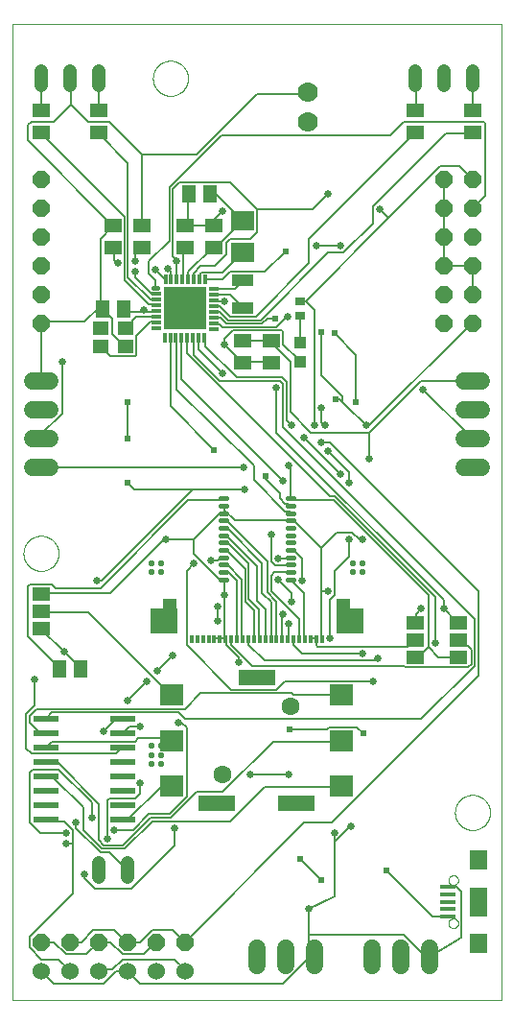
<source format=gtl>
G75*
%MOIN*%
%OFA0B0*%
%FSLAX25Y25*%
%IPPOS*%
%LPD*%
%AMOC8*
5,1,8,0,0,1.08239X$1,22.5*
%
%ADD10C,0.00000*%
%ADD11R,0.05906X0.05118*%
%ADD12R,0.05118X0.05906*%
%ADD13C,0.04800*%
%ADD14R,0.05709X0.01575*%
%ADD15R,0.05906X0.07087*%
%ADD16R,0.05906X0.09843*%
%ADD17OC8,0.06000*%
%ADD18C,0.06000*%
%ADD19C,0.02200*%
%ADD20C,0.07000*%
%ADD21R,0.05512X0.04724*%
%ADD22R,0.05118X0.06299*%
%ADD23R,0.06299X0.05118*%
%ADD24C,0.06000*%
%ADD25C,0.01248*%
%ADD26R,0.03200X0.01600*%
%ADD27R,0.01600X0.03200*%
%ADD28R,0.14567X0.14567*%
%ADD29C,0.01772*%
%ADD30R,0.08500X0.02200*%
%ADD31R,0.06300X0.04600*%
%ADD32R,0.03543X0.02756*%
%ADD33R,0.07874X0.07087*%
%ADD34R,0.07874X0.07480*%
%ADD35R,0.12598X0.05709*%
%ADD36C,0.06299*%
%ADD37R,0.01181X0.03150*%
%ADD38R,0.09449X0.08661*%
%ADD39R,0.05118X0.03346*%
%ADD40R,0.04331X0.03937*%
%ADD41R,0.07480X0.04331*%
%ADD42C,0.00600*%
%ADD43C,0.02578*%
%ADD44C,0.02381*%
D10*
X0003200Y0001000D02*
X0003200Y0339701D01*
X0173121Y0339701D01*
X0173121Y0001000D01*
X0003200Y0001000D01*
X0007100Y0156000D02*
X0007102Y0156156D01*
X0007108Y0156311D01*
X0007118Y0156467D01*
X0007132Y0156622D01*
X0007150Y0156777D01*
X0007171Y0156931D01*
X0007197Y0157085D01*
X0007227Y0157238D01*
X0007260Y0157390D01*
X0007298Y0157541D01*
X0007339Y0157691D01*
X0007384Y0157840D01*
X0007433Y0157988D01*
X0007486Y0158135D01*
X0007542Y0158280D01*
X0007602Y0158424D01*
X0007666Y0158566D01*
X0007733Y0158707D01*
X0007804Y0158845D01*
X0007879Y0158982D01*
X0007957Y0159117D01*
X0008038Y0159250D01*
X0008123Y0159381D01*
X0008211Y0159509D01*
X0008302Y0159636D01*
X0008396Y0159760D01*
X0008494Y0159881D01*
X0008595Y0160000D01*
X0008698Y0160116D01*
X0008805Y0160230D01*
X0008914Y0160341D01*
X0009027Y0160449D01*
X0009142Y0160554D01*
X0009259Y0160656D01*
X0009379Y0160755D01*
X0009502Y0160851D01*
X0009627Y0160944D01*
X0009755Y0161034D01*
X0009884Y0161120D01*
X0010016Y0161203D01*
X0010150Y0161283D01*
X0010286Y0161359D01*
X0010424Y0161432D01*
X0010563Y0161501D01*
X0010705Y0161566D01*
X0010848Y0161628D01*
X0010992Y0161686D01*
X0011138Y0161741D01*
X0011285Y0161792D01*
X0011434Y0161839D01*
X0011584Y0161882D01*
X0011734Y0161921D01*
X0011886Y0161957D01*
X0012039Y0161988D01*
X0012192Y0162016D01*
X0012346Y0162040D01*
X0012500Y0162060D01*
X0012655Y0162076D01*
X0012811Y0162088D01*
X0012966Y0162096D01*
X0013122Y0162100D01*
X0013278Y0162100D01*
X0013434Y0162096D01*
X0013589Y0162088D01*
X0013745Y0162076D01*
X0013900Y0162060D01*
X0014054Y0162040D01*
X0014208Y0162016D01*
X0014361Y0161988D01*
X0014514Y0161957D01*
X0014666Y0161921D01*
X0014816Y0161882D01*
X0014966Y0161839D01*
X0015115Y0161792D01*
X0015262Y0161741D01*
X0015408Y0161686D01*
X0015552Y0161628D01*
X0015695Y0161566D01*
X0015837Y0161501D01*
X0015976Y0161432D01*
X0016114Y0161359D01*
X0016250Y0161283D01*
X0016384Y0161203D01*
X0016516Y0161120D01*
X0016645Y0161034D01*
X0016773Y0160944D01*
X0016898Y0160851D01*
X0017021Y0160755D01*
X0017141Y0160656D01*
X0017258Y0160554D01*
X0017373Y0160449D01*
X0017486Y0160341D01*
X0017595Y0160230D01*
X0017702Y0160116D01*
X0017805Y0160000D01*
X0017906Y0159881D01*
X0018004Y0159760D01*
X0018098Y0159636D01*
X0018189Y0159509D01*
X0018277Y0159381D01*
X0018362Y0159250D01*
X0018443Y0159117D01*
X0018521Y0158982D01*
X0018596Y0158845D01*
X0018667Y0158707D01*
X0018734Y0158566D01*
X0018798Y0158424D01*
X0018858Y0158280D01*
X0018914Y0158135D01*
X0018967Y0157988D01*
X0019016Y0157840D01*
X0019061Y0157691D01*
X0019102Y0157541D01*
X0019140Y0157390D01*
X0019173Y0157238D01*
X0019203Y0157085D01*
X0019229Y0156931D01*
X0019250Y0156777D01*
X0019268Y0156622D01*
X0019282Y0156467D01*
X0019292Y0156311D01*
X0019298Y0156156D01*
X0019300Y0156000D01*
X0019298Y0155844D01*
X0019292Y0155689D01*
X0019282Y0155533D01*
X0019268Y0155378D01*
X0019250Y0155223D01*
X0019229Y0155069D01*
X0019203Y0154915D01*
X0019173Y0154762D01*
X0019140Y0154610D01*
X0019102Y0154459D01*
X0019061Y0154309D01*
X0019016Y0154160D01*
X0018967Y0154012D01*
X0018914Y0153865D01*
X0018858Y0153720D01*
X0018798Y0153576D01*
X0018734Y0153434D01*
X0018667Y0153293D01*
X0018596Y0153155D01*
X0018521Y0153018D01*
X0018443Y0152883D01*
X0018362Y0152750D01*
X0018277Y0152619D01*
X0018189Y0152491D01*
X0018098Y0152364D01*
X0018004Y0152240D01*
X0017906Y0152119D01*
X0017805Y0152000D01*
X0017702Y0151884D01*
X0017595Y0151770D01*
X0017486Y0151659D01*
X0017373Y0151551D01*
X0017258Y0151446D01*
X0017141Y0151344D01*
X0017021Y0151245D01*
X0016898Y0151149D01*
X0016773Y0151056D01*
X0016645Y0150966D01*
X0016516Y0150880D01*
X0016384Y0150797D01*
X0016250Y0150717D01*
X0016114Y0150641D01*
X0015976Y0150568D01*
X0015837Y0150499D01*
X0015695Y0150434D01*
X0015552Y0150372D01*
X0015408Y0150314D01*
X0015262Y0150259D01*
X0015115Y0150208D01*
X0014966Y0150161D01*
X0014816Y0150118D01*
X0014666Y0150079D01*
X0014514Y0150043D01*
X0014361Y0150012D01*
X0014208Y0149984D01*
X0014054Y0149960D01*
X0013900Y0149940D01*
X0013745Y0149924D01*
X0013589Y0149912D01*
X0013434Y0149904D01*
X0013278Y0149900D01*
X0013122Y0149900D01*
X0012966Y0149904D01*
X0012811Y0149912D01*
X0012655Y0149924D01*
X0012500Y0149940D01*
X0012346Y0149960D01*
X0012192Y0149984D01*
X0012039Y0150012D01*
X0011886Y0150043D01*
X0011734Y0150079D01*
X0011584Y0150118D01*
X0011434Y0150161D01*
X0011285Y0150208D01*
X0011138Y0150259D01*
X0010992Y0150314D01*
X0010848Y0150372D01*
X0010705Y0150434D01*
X0010563Y0150499D01*
X0010424Y0150568D01*
X0010286Y0150641D01*
X0010150Y0150717D01*
X0010016Y0150797D01*
X0009884Y0150880D01*
X0009755Y0150966D01*
X0009627Y0151056D01*
X0009502Y0151149D01*
X0009379Y0151245D01*
X0009259Y0151344D01*
X0009142Y0151446D01*
X0009027Y0151551D01*
X0008914Y0151659D01*
X0008805Y0151770D01*
X0008698Y0151884D01*
X0008595Y0152000D01*
X0008494Y0152119D01*
X0008396Y0152240D01*
X0008302Y0152364D01*
X0008211Y0152491D01*
X0008123Y0152619D01*
X0008038Y0152750D01*
X0007957Y0152883D01*
X0007879Y0153018D01*
X0007804Y0153155D01*
X0007733Y0153293D01*
X0007666Y0153434D01*
X0007602Y0153576D01*
X0007542Y0153720D01*
X0007486Y0153865D01*
X0007433Y0154012D01*
X0007384Y0154160D01*
X0007339Y0154309D01*
X0007298Y0154459D01*
X0007260Y0154610D01*
X0007227Y0154762D01*
X0007197Y0154915D01*
X0007171Y0155069D01*
X0007150Y0155223D01*
X0007132Y0155378D01*
X0007118Y0155533D01*
X0007108Y0155689D01*
X0007102Y0155844D01*
X0007100Y0156000D01*
X0052100Y0321000D02*
X0052102Y0321156D01*
X0052108Y0321311D01*
X0052118Y0321467D01*
X0052132Y0321622D01*
X0052150Y0321777D01*
X0052171Y0321931D01*
X0052197Y0322085D01*
X0052227Y0322238D01*
X0052260Y0322390D01*
X0052298Y0322541D01*
X0052339Y0322691D01*
X0052384Y0322840D01*
X0052433Y0322988D01*
X0052486Y0323135D01*
X0052542Y0323280D01*
X0052602Y0323424D01*
X0052666Y0323566D01*
X0052733Y0323707D01*
X0052804Y0323845D01*
X0052879Y0323982D01*
X0052957Y0324117D01*
X0053038Y0324250D01*
X0053123Y0324381D01*
X0053211Y0324509D01*
X0053302Y0324636D01*
X0053396Y0324760D01*
X0053494Y0324881D01*
X0053595Y0325000D01*
X0053698Y0325116D01*
X0053805Y0325230D01*
X0053914Y0325341D01*
X0054027Y0325449D01*
X0054142Y0325554D01*
X0054259Y0325656D01*
X0054379Y0325755D01*
X0054502Y0325851D01*
X0054627Y0325944D01*
X0054755Y0326034D01*
X0054884Y0326120D01*
X0055016Y0326203D01*
X0055150Y0326283D01*
X0055286Y0326359D01*
X0055424Y0326432D01*
X0055563Y0326501D01*
X0055705Y0326566D01*
X0055848Y0326628D01*
X0055992Y0326686D01*
X0056138Y0326741D01*
X0056285Y0326792D01*
X0056434Y0326839D01*
X0056584Y0326882D01*
X0056734Y0326921D01*
X0056886Y0326957D01*
X0057039Y0326988D01*
X0057192Y0327016D01*
X0057346Y0327040D01*
X0057500Y0327060D01*
X0057655Y0327076D01*
X0057811Y0327088D01*
X0057966Y0327096D01*
X0058122Y0327100D01*
X0058278Y0327100D01*
X0058434Y0327096D01*
X0058589Y0327088D01*
X0058745Y0327076D01*
X0058900Y0327060D01*
X0059054Y0327040D01*
X0059208Y0327016D01*
X0059361Y0326988D01*
X0059514Y0326957D01*
X0059666Y0326921D01*
X0059816Y0326882D01*
X0059966Y0326839D01*
X0060115Y0326792D01*
X0060262Y0326741D01*
X0060408Y0326686D01*
X0060552Y0326628D01*
X0060695Y0326566D01*
X0060837Y0326501D01*
X0060976Y0326432D01*
X0061114Y0326359D01*
X0061250Y0326283D01*
X0061384Y0326203D01*
X0061516Y0326120D01*
X0061645Y0326034D01*
X0061773Y0325944D01*
X0061898Y0325851D01*
X0062021Y0325755D01*
X0062141Y0325656D01*
X0062258Y0325554D01*
X0062373Y0325449D01*
X0062486Y0325341D01*
X0062595Y0325230D01*
X0062702Y0325116D01*
X0062805Y0325000D01*
X0062906Y0324881D01*
X0063004Y0324760D01*
X0063098Y0324636D01*
X0063189Y0324509D01*
X0063277Y0324381D01*
X0063362Y0324250D01*
X0063443Y0324117D01*
X0063521Y0323982D01*
X0063596Y0323845D01*
X0063667Y0323707D01*
X0063734Y0323566D01*
X0063798Y0323424D01*
X0063858Y0323280D01*
X0063914Y0323135D01*
X0063967Y0322988D01*
X0064016Y0322840D01*
X0064061Y0322691D01*
X0064102Y0322541D01*
X0064140Y0322390D01*
X0064173Y0322238D01*
X0064203Y0322085D01*
X0064229Y0321931D01*
X0064250Y0321777D01*
X0064268Y0321622D01*
X0064282Y0321467D01*
X0064292Y0321311D01*
X0064298Y0321156D01*
X0064300Y0321000D01*
X0064298Y0320844D01*
X0064292Y0320689D01*
X0064282Y0320533D01*
X0064268Y0320378D01*
X0064250Y0320223D01*
X0064229Y0320069D01*
X0064203Y0319915D01*
X0064173Y0319762D01*
X0064140Y0319610D01*
X0064102Y0319459D01*
X0064061Y0319309D01*
X0064016Y0319160D01*
X0063967Y0319012D01*
X0063914Y0318865D01*
X0063858Y0318720D01*
X0063798Y0318576D01*
X0063734Y0318434D01*
X0063667Y0318293D01*
X0063596Y0318155D01*
X0063521Y0318018D01*
X0063443Y0317883D01*
X0063362Y0317750D01*
X0063277Y0317619D01*
X0063189Y0317491D01*
X0063098Y0317364D01*
X0063004Y0317240D01*
X0062906Y0317119D01*
X0062805Y0317000D01*
X0062702Y0316884D01*
X0062595Y0316770D01*
X0062486Y0316659D01*
X0062373Y0316551D01*
X0062258Y0316446D01*
X0062141Y0316344D01*
X0062021Y0316245D01*
X0061898Y0316149D01*
X0061773Y0316056D01*
X0061645Y0315966D01*
X0061516Y0315880D01*
X0061384Y0315797D01*
X0061250Y0315717D01*
X0061114Y0315641D01*
X0060976Y0315568D01*
X0060837Y0315499D01*
X0060695Y0315434D01*
X0060552Y0315372D01*
X0060408Y0315314D01*
X0060262Y0315259D01*
X0060115Y0315208D01*
X0059966Y0315161D01*
X0059816Y0315118D01*
X0059666Y0315079D01*
X0059514Y0315043D01*
X0059361Y0315012D01*
X0059208Y0314984D01*
X0059054Y0314960D01*
X0058900Y0314940D01*
X0058745Y0314924D01*
X0058589Y0314912D01*
X0058434Y0314904D01*
X0058278Y0314900D01*
X0058122Y0314900D01*
X0057966Y0314904D01*
X0057811Y0314912D01*
X0057655Y0314924D01*
X0057500Y0314940D01*
X0057346Y0314960D01*
X0057192Y0314984D01*
X0057039Y0315012D01*
X0056886Y0315043D01*
X0056734Y0315079D01*
X0056584Y0315118D01*
X0056434Y0315161D01*
X0056285Y0315208D01*
X0056138Y0315259D01*
X0055992Y0315314D01*
X0055848Y0315372D01*
X0055705Y0315434D01*
X0055563Y0315499D01*
X0055424Y0315568D01*
X0055286Y0315641D01*
X0055150Y0315717D01*
X0055016Y0315797D01*
X0054884Y0315880D01*
X0054755Y0315966D01*
X0054627Y0316056D01*
X0054502Y0316149D01*
X0054379Y0316245D01*
X0054259Y0316344D01*
X0054142Y0316446D01*
X0054027Y0316551D01*
X0053914Y0316659D01*
X0053805Y0316770D01*
X0053698Y0316884D01*
X0053595Y0317000D01*
X0053494Y0317119D01*
X0053396Y0317240D01*
X0053302Y0317364D01*
X0053211Y0317491D01*
X0053123Y0317619D01*
X0053038Y0317750D01*
X0052957Y0317883D01*
X0052879Y0318018D01*
X0052804Y0318155D01*
X0052733Y0318293D01*
X0052666Y0318434D01*
X0052602Y0318576D01*
X0052542Y0318720D01*
X0052486Y0318865D01*
X0052433Y0319012D01*
X0052384Y0319160D01*
X0052339Y0319309D01*
X0052298Y0319459D01*
X0052260Y0319610D01*
X0052227Y0319762D01*
X0052197Y0319915D01*
X0052171Y0320069D01*
X0052150Y0320223D01*
X0052132Y0320378D01*
X0052118Y0320533D01*
X0052108Y0320689D01*
X0052102Y0320844D01*
X0052100Y0321000D01*
X0157100Y0066000D02*
X0157102Y0066156D01*
X0157108Y0066311D01*
X0157118Y0066467D01*
X0157132Y0066622D01*
X0157150Y0066777D01*
X0157171Y0066931D01*
X0157197Y0067085D01*
X0157227Y0067238D01*
X0157260Y0067390D01*
X0157298Y0067541D01*
X0157339Y0067691D01*
X0157384Y0067840D01*
X0157433Y0067988D01*
X0157486Y0068135D01*
X0157542Y0068280D01*
X0157602Y0068424D01*
X0157666Y0068566D01*
X0157733Y0068707D01*
X0157804Y0068845D01*
X0157879Y0068982D01*
X0157957Y0069117D01*
X0158038Y0069250D01*
X0158123Y0069381D01*
X0158211Y0069509D01*
X0158302Y0069636D01*
X0158396Y0069760D01*
X0158494Y0069881D01*
X0158595Y0070000D01*
X0158698Y0070116D01*
X0158805Y0070230D01*
X0158914Y0070341D01*
X0159027Y0070449D01*
X0159142Y0070554D01*
X0159259Y0070656D01*
X0159379Y0070755D01*
X0159502Y0070851D01*
X0159627Y0070944D01*
X0159755Y0071034D01*
X0159884Y0071120D01*
X0160016Y0071203D01*
X0160150Y0071283D01*
X0160286Y0071359D01*
X0160424Y0071432D01*
X0160563Y0071501D01*
X0160705Y0071566D01*
X0160848Y0071628D01*
X0160992Y0071686D01*
X0161138Y0071741D01*
X0161285Y0071792D01*
X0161434Y0071839D01*
X0161584Y0071882D01*
X0161734Y0071921D01*
X0161886Y0071957D01*
X0162039Y0071988D01*
X0162192Y0072016D01*
X0162346Y0072040D01*
X0162500Y0072060D01*
X0162655Y0072076D01*
X0162811Y0072088D01*
X0162966Y0072096D01*
X0163122Y0072100D01*
X0163278Y0072100D01*
X0163434Y0072096D01*
X0163589Y0072088D01*
X0163745Y0072076D01*
X0163900Y0072060D01*
X0164054Y0072040D01*
X0164208Y0072016D01*
X0164361Y0071988D01*
X0164514Y0071957D01*
X0164666Y0071921D01*
X0164816Y0071882D01*
X0164966Y0071839D01*
X0165115Y0071792D01*
X0165262Y0071741D01*
X0165408Y0071686D01*
X0165552Y0071628D01*
X0165695Y0071566D01*
X0165837Y0071501D01*
X0165976Y0071432D01*
X0166114Y0071359D01*
X0166250Y0071283D01*
X0166384Y0071203D01*
X0166516Y0071120D01*
X0166645Y0071034D01*
X0166773Y0070944D01*
X0166898Y0070851D01*
X0167021Y0070755D01*
X0167141Y0070656D01*
X0167258Y0070554D01*
X0167373Y0070449D01*
X0167486Y0070341D01*
X0167595Y0070230D01*
X0167702Y0070116D01*
X0167805Y0070000D01*
X0167906Y0069881D01*
X0168004Y0069760D01*
X0168098Y0069636D01*
X0168189Y0069509D01*
X0168277Y0069381D01*
X0168362Y0069250D01*
X0168443Y0069117D01*
X0168521Y0068982D01*
X0168596Y0068845D01*
X0168667Y0068707D01*
X0168734Y0068566D01*
X0168798Y0068424D01*
X0168858Y0068280D01*
X0168914Y0068135D01*
X0168967Y0067988D01*
X0169016Y0067840D01*
X0169061Y0067691D01*
X0169102Y0067541D01*
X0169140Y0067390D01*
X0169173Y0067238D01*
X0169203Y0067085D01*
X0169229Y0066931D01*
X0169250Y0066777D01*
X0169268Y0066622D01*
X0169282Y0066467D01*
X0169292Y0066311D01*
X0169298Y0066156D01*
X0169300Y0066000D01*
X0169298Y0065844D01*
X0169292Y0065689D01*
X0169282Y0065533D01*
X0169268Y0065378D01*
X0169250Y0065223D01*
X0169229Y0065069D01*
X0169203Y0064915D01*
X0169173Y0064762D01*
X0169140Y0064610D01*
X0169102Y0064459D01*
X0169061Y0064309D01*
X0169016Y0064160D01*
X0168967Y0064012D01*
X0168914Y0063865D01*
X0168858Y0063720D01*
X0168798Y0063576D01*
X0168734Y0063434D01*
X0168667Y0063293D01*
X0168596Y0063155D01*
X0168521Y0063018D01*
X0168443Y0062883D01*
X0168362Y0062750D01*
X0168277Y0062619D01*
X0168189Y0062491D01*
X0168098Y0062364D01*
X0168004Y0062240D01*
X0167906Y0062119D01*
X0167805Y0062000D01*
X0167702Y0061884D01*
X0167595Y0061770D01*
X0167486Y0061659D01*
X0167373Y0061551D01*
X0167258Y0061446D01*
X0167141Y0061344D01*
X0167021Y0061245D01*
X0166898Y0061149D01*
X0166773Y0061056D01*
X0166645Y0060966D01*
X0166516Y0060880D01*
X0166384Y0060797D01*
X0166250Y0060717D01*
X0166114Y0060641D01*
X0165976Y0060568D01*
X0165837Y0060499D01*
X0165695Y0060434D01*
X0165552Y0060372D01*
X0165408Y0060314D01*
X0165262Y0060259D01*
X0165115Y0060208D01*
X0164966Y0060161D01*
X0164816Y0060118D01*
X0164666Y0060079D01*
X0164514Y0060043D01*
X0164361Y0060012D01*
X0164208Y0059984D01*
X0164054Y0059960D01*
X0163900Y0059940D01*
X0163745Y0059924D01*
X0163589Y0059912D01*
X0163434Y0059904D01*
X0163278Y0059900D01*
X0163122Y0059900D01*
X0162966Y0059904D01*
X0162811Y0059912D01*
X0162655Y0059924D01*
X0162500Y0059940D01*
X0162346Y0059960D01*
X0162192Y0059984D01*
X0162039Y0060012D01*
X0161886Y0060043D01*
X0161734Y0060079D01*
X0161584Y0060118D01*
X0161434Y0060161D01*
X0161285Y0060208D01*
X0161138Y0060259D01*
X0160992Y0060314D01*
X0160848Y0060372D01*
X0160705Y0060434D01*
X0160563Y0060499D01*
X0160424Y0060568D01*
X0160286Y0060641D01*
X0160150Y0060717D01*
X0160016Y0060797D01*
X0159884Y0060880D01*
X0159755Y0060966D01*
X0159627Y0061056D01*
X0159502Y0061149D01*
X0159379Y0061245D01*
X0159259Y0061344D01*
X0159142Y0061446D01*
X0159027Y0061551D01*
X0158914Y0061659D01*
X0158805Y0061770D01*
X0158698Y0061884D01*
X0158595Y0062000D01*
X0158494Y0062119D01*
X0158396Y0062240D01*
X0158302Y0062364D01*
X0158211Y0062491D01*
X0158123Y0062619D01*
X0158038Y0062750D01*
X0157957Y0062883D01*
X0157879Y0063018D01*
X0157804Y0063155D01*
X0157733Y0063293D01*
X0157666Y0063434D01*
X0157602Y0063576D01*
X0157542Y0063720D01*
X0157486Y0063865D01*
X0157433Y0064012D01*
X0157384Y0064160D01*
X0157339Y0064309D01*
X0157298Y0064459D01*
X0157260Y0064610D01*
X0157227Y0064762D01*
X0157197Y0064915D01*
X0157171Y0065069D01*
X0157150Y0065223D01*
X0157132Y0065378D01*
X0157118Y0065533D01*
X0157108Y0065689D01*
X0157102Y0065844D01*
X0157100Y0066000D01*
X0154866Y0042480D02*
X0154868Y0042561D01*
X0154874Y0042643D01*
X0154884Y0042724D01*
X0154898Y0042804D01*
X0154915Y0042883D01*
X0154937Y0042962D01*
X0154962Y0043039D01*
X0154991Y0043116D01*
X0155024Y0043190D01*
X0155061Y0043263D01*
X0155100Y0043334D01*
X0155144Y0043403D01*
X0155190Y0043470D01*
X0155240Y0043534D01*
X0155293Y0043596D01*
X0155349Y0043656D01*
X0155407Y0043712D01*
X0155469Y0043766D01*
X0155533Y0043817D01*
X0155599Y0043864D01*
X0155667Y0043908D01*
X0155738Y0043949D01*
X0155810Y0043986D01*
X0155885Y0044020D01*
X0155960Y0044050D01*
X0156038Y0044076D01*
X0156116Y0044099D01*
X0156195Y0044117D01*
X0156275Y0044132D01*
X0156356Y0044143D01*
X0156437Y0044150D01*
X0156519Y0044153D01*
X0156600Y0044152D01*
X0156681Y0044147D01*
X0156762Y0044138D01*
X0156843Y0044125D01*
X0156923Y0044108D01*
X0157001Y0044088D01*
X0157079Y0044063D01*
X0157156Y0044035D01*
X0157231Y0044003D01*
X0157304Y0043968D01*
X0157375Y0043929D01*
X0157445Y0043886D01*
X0157512Y0043841D01*
X0157578Y0043792D01*
X0157640Y0043740D01*
X0157700Y0043684D01*
X0157757Y0043626D01*
X0157812Y0043566D01*
X0157863Y0043502D01*
X0157911Y0043437D01*
X0157956Y0043369D01*
X0157998Y0043299D01*
X0158036Y0043227D01*
X0158071Y0043153D01*
X0158102Y0043078D01*
X0158129Y0043001D01*
X0158152Y0042923D01*
X0158172Y0042844D01*
X0158188Y0042764D01*
X0158200Y0042683D01*
X0158208Y0042602D01*
X0158212Y0042521D01*
X0158212Y0042439D01*
X0158208Y0042358D01*
X0158200Y0042277D01*
X0158188Y0042196D01*
X0158172Y0042116D01*
X0158152Y0042037D01*
X0158129Y0041959D01*
X0158102Y0041882D01*
X0158071Y0041807D01*
X0158036Y0041733D01*
X0157998Y0041661D01*
X0157956Y0041591D01*
X0157911Y0041523D01*
X0157863Y0041458D01*
X0157812Y0041394D01*
X0157757Y0041334D01*
X0157700Y0041276D01*
X0157640Y0041220D01*
X0157578Y0041168D01*
X0157512Y0041119D01*
X0157445Y0041074D01*
X0157376Y0041031D01*
X0157304Y0040992D01*
X0157231Y0040957D01*
X0157156Y0040925D01*
X0157079Y0040897D01*
X0157001Y0040872D01*
X0156923Y0040852D01*
X0156843Y0040835D01*
X0156762Y0040822D01*
X0156681Y0040813D01*
X0156600Y0040808D01*
X0156519Y0040807D01*
X0156437Y0040810D01*
X0156356Y0040817D01*
X0156275Y0040828D01*
X0156195Y0040843D01*
X0156116Y0040861D01*
X0156038Y0040884D01*
X0155960Y0040910D01*
X0155885Y0040940D01*
X0155810Y0040974D01*
X0155738Y0041011D01*
X0155667Y0041052D01*
X0155599Y0041096D01*
X0155533Y0041143D01*
X0155469Y0041194D01*
X0155407Y0041248D01*
X0155349Y0041304D01*
X0155293Y0041364D01*
X0155240Y0041426D01*
X0155190Y0041490D01*
X0155144Y0041557D01*
X0155100Y0041626D01*
X0155061Y0041697D01*
X0155024Y0041770D01*
X0154991Y0041844D01*
X0154962Y0041921D01*
X0154937Y0041998D01*
X0154915Y0042077D01*
X0154898Y0042156D01*
X0154884Y0042236D01*
X0154874Y0042317D01*
X0154868Y0042399D01*
X0154866Y0042480D01*
X0154866Y0027520D02*
X0154868Y0027601D01*
X0154874Y0027683D01*
X0154884Y0027764D01*
X0154898Y0027844D01*
X0154915Y0027923D01*
X0154937Y0028002D01*
X0154962Y0028079D01*
X0154991Y0028156D01*
X0155024Y0028230D01*
X0155061Y0028303D01*
X0155100Y0028374D01*
X0155144Y0028443D01*
X0155190Y0028510D01*
X0155240Y0028574D01*
X0155293Y0028636D01*
X0155349Y0028696D01*
X0155407Y0028752D01*
X0155469Y0028806D01*
X0155533Y0028857D01*
X0155599Y0028904D01*
X0155667Y0028948D01*
X0155738Y0028989D01*
X0155810Y0029026D01*
X0155885Y0029060D01*
X0155960Y0029090D01*
X0156038Y0029116D01*
X0156116Y0029139D01*
X0156195Y0029157D01*
X0156275Y0029172D01*
X0156356Y0029183D01*
X0156437Y0029190D01*
X0156519Y0029193D01*
X0156600Y0029192D01*
X0156681Y0029187D01*
X0156762Y0029178D01*
X0156843Y0029165D01*
X0156923Y0029148D01*
X0157001Y0029128D01*
X0157079Y0029103D01*
X0157156Y0029075D01*
X0157231Y0029043D01*
X0157304Y0029008D01*
X0157375Y0028969D01*
X0157445Y0028926D01*
X0157512Y0028881D01*
X0157578Y0028832D01*
X0157640Y0028780D01*
X0157700Y0028724D01*
X0157757Y0028666D01*
X0157812Y0028606D01*
X0157863Y0028542D01*
X0157911Y0028477D01*
X0157956Y0028409D01*
X0157998Y0028339D01*
X0158036Y0028267D01*
X0158071Y0028193D01*
X0158102Y0028118D01*
X0158129Y0028041D01*
X0158152Y0027963D01*
X0158172Y0027884D01*
X0158188Y0027804D01*
X0158200Y0027723D01*
X0158208Y0027642D01*
X0158212Y0027561D01*
X0158212Y0027479D01*
X0158208Y0027398D01*
X0158200Y0027317D01*
X0158188Y0027236D01*
X0158172Y0027156D01*
X0158152Y0027077D01*
X0158129Y0026999D01*
X0158102Y0026922D01*
X0158071Y0026847D01*
X0158036Y0026773D01*
X0157998Y0026701D01*
X0157956Y0026631D01*
X0157911Y0026563D01*
X0157863Y0026498D01*
X0157812Y0026434D01*
X0157757Y0026374D01*
X0157700Y0026316D01*
X0157640Y0026260D01*
X0157578Y0026208D01*
X0157512Y0026159D01*
X0157445Y0026114D01*
X0157376Y0026071D01*
X0157304Y0026032D01*
X0157231Y0025997D01*
X0157156Y0025965D01*
X0157079Y0025937D01*
X0157001Y0025912D01*
X0156923Y0025892D01*
X0156843Y0025875D01*
X0156762Y0025862D01*
X0156681Y0025853D01*
X0156600Y0025848D01*
X0156519Y0025847D01*
X0156437Y0025850D01*
X0156356Y0025857D01*
X0156275Y0025868D01*
X0156195Y0025883D01*
X0156116Y0025901D01*
X0156038Y0025924D01*
X0155960Y0025950D01*
X0155885Y0025980D01*
X0155810Y0026014D01*
X0155738Y0026051D01*
X0155667Y0026092D01*
X0155599Y0026136D01*
X0155533Y0026183D01*
X0155469Y0026234D01*
X0155407Y0026288D01*
X0155349Y0026344D01*
X0155293Y0026404D01*
X0155240Y0026466D01*
X0155190Y0026530D01*
X0155144Y0026597D01*
X0155100Y0026666D01*
X0155061Y0026737D01*
X0155024Y0026810D01*
X0154991Y0026884D01*
X0154962Y0026961D01*
X0154937Y0027038D01*
X0154915Y0027117D01*
X0154898Y0027196D01*
X0154884Y0027276D01*
X0154874Y0027357D01*
X0154868Y0027439D01*
X0154866Y0027520D01*
D11*
X0093200Y0222260D03*
X0093200Y0229740D03*
X0083200Y0229740D03*
X0083200Y0222260D03*
X0073200Y0262260D03*
X0073200Y0269740D03*
X0063200Y0269740D03*
X0063200Y0262260D03*
X0048200Y0262260D03*
X0048200Y0269740D03*
X0038200Y0269740D03*
X0038200Y0262260D03*
D12*
X0034460Y0241000D03*
X0041940Y0241000D03*
X0064460Y0281000D03*
X0071940Y0281000D03*
D13*
X0033200Y0318600D02*
X0033200Y0323400D01*
X0023200Y0323400D02*
X0023200Y0318600D01*
X0013200Y0318600D02*
X0013200Y0323400D01*
X0143200Y0323400D02*
X0143200Y0318600D01*
X0153200Y0318600D02*
X0153200Y0323400D01*
X0163200Y0323400D02*
X0163200Y0318600D01*
X0043200Y0048400D02*
X0043200Y0043600D01*
X0033200Y0043600D02*
X0033200Y0048400D01*
D14*
X0154472Y0040118D03*
X0154472Y0037559D03*
X0154472Y0035000D03*
X0154472Y0032441D03*
X0154472Y0029882D03*
D15*
X0165200Y0020492D03*
X0165200Y0049508D03*
D16*
X0165200Y0035000D03*
D17*
X0063200Y0021000D03*
X0053200Y0021000D03*
X0043200Y0021000D03*
X0033200Y0021000D03*
X0023200Y0021000D03*
X0013200Y0021000D03*
X0013200Y0236000D03*
X0013200Y0246000D03*
X0013200Y0256000D03*
X0013200Y0266000D03*
X0013200Y0276000D03*
X0013200Y0286000D03*
X0153200Y0286000D03*
X0153200Y0276000D03*
X0153200Y0266000D03*
X0153200Y0256000D03*
X0153200Y0246000D03*
X0153200Y0236000D03*
X0163200Y0236000D03*
X0163200Y0246000D03*
X0163200Y0256000D03*
X0163200Y0266000D03*
X0163200Y0276000D03*
X0163200Y0286000D03*
D18*
X0063200Y0011000D03*
X0053200Y0011000D03*
X0043200Y0011000D03*
X0033200Y0011000D03*
X0023200Y0011000D03*
X0013200Y0011000D03*
D19*
X0051600Y0082900D03*
X0051600Y0086000D03*
X0051600Y0089100D03*
X0054800Y0089100D03*
X0054800Y0086000D03*
X0054800Y0082900D03*
X0054800Y0149400D03*
X0054800Y0152600D03*
X0051600Y0152600D03*
X0051600Y0149400D03*
X0121600Y0149400D03*
X0121600Y0152600D03*
X0124800Y0152600D03*
X0124800Y0149400D03*
D20*
X0106074Y0305882D03*
X0106074Y0316118D03*
D21*
X0042531Y0234150D03*
X0042531Y0227850D03*
X0033869Y0227850D03*
X0033869Y0234150D03*
D22*
X0026940Y0116000D03*
X0019460Y0116000D03*
D23*
X0013200Y0302260D03*
X0013200Y0309740D03*
X0033200Y0309740D03*
X0033200Y0302260D03*
X0143200Y0302260D03*
X0143200Y0309740D03*
X0163200Y0309740D03*
X0163200Y0302260D03*
D24*
X0166200Y0216000D02*
X0160200Y0216000D01*
X0160200Y0206000D02*
X0166200Y0206000D01*
X0166200Y0196000D02*
X0160200Y0196000D01*
X0160200Y0186000D02*
X0166200Y0186000D01*
X0148200Y0019000D02*
X0148200Y0013000D01*
X0138200Y0013000D02*
X0138200Y0019000D01*
X0128200Y0019000D02*
X0128200Y0013000D01*
X0108200Y0013000D02*
X0108200Y0019000D01*
X0098200Y0019000D02*
X0098200Y0013000D01*
X0088200Y0013000D02*
X0088200Y0019000D01*
X0016200Y0186000D02*
X0010200Y0186000D01*
X0010200Y0196000D02*
X0016200Y0196000D01*
X0016200Y0206000D02*
X0010200Y0206000D01*
X0010200Y0216000D02*
X0016200Y0216000D01*
D25*
X0052145Y0247871D02*
X0054097Y0247871D01*
X0052145Y0247871D02*
X0052145Y0248223D01*
X0054097Y0248223D01*
X0054097Y0247871D01*
D26*
X0053121Y0246079D03*
X0053121Y0244110D03*
X0053121Y0242142D03*
X0053121Y0240173D03*
X0053121Y0238205D03*
X0053121Y0236236D03*
X0053121Y0234268D03*
X0073279Y0233953D03*
X0073279Y0235921D03*
X0073279Y0237890D03*
X0073279Y0239858D03*
X0073279Y0241827D03*
X0073279Y0243795D03*
X0073279Y0245764D03*
X0073279Y0247732D03*
D27*
X0070247Y0251079D03*
X0068279Y0251079D03*
X0066310Y0251079D03*
X0064342Y0251079D03*
X0062373Y0251079D03*
X0060405Y0251079D03*
X0058436Y0251079D03*
X0056468Y0251079D03*
X0056153Y0230921D03*
X0058121Y0230921D03*
X0060090Y0230921D03*
X0062058Y0230921D03*
X0064027Y0230921D03*
X0065995Y0230921D03*
X0067964Y0230921D03*
X0069932Y0230921D03*
D28*
X0063357Y0241236D03*
D29*
X0075602Y0175075D02*
X0077570Y0175075D01*
X0077570Y0172516D02*
X0075602Y0172516D01*
X0075602Y0169957D02*
X0077570Y0169957D01*
X0077570Y0167398D02*
X0075602Y0167398D01*
X0075602Y0164839D02*
X0077570Y0164839D01*
X0077570Y0162280D02*
X0075602Y0162280D01*
X0075602Y0159720D02*
X0077570Y0159720D01*
X0077570Y0157161D02*
X0075602Y0157161D01*
X0075602Y0154602D02*
X0077570Y0154602D01*
X0077570Y0152043D02*
X0075602Y0152043D01*
X0075602Y0149484D02*
X0077570Y0149484D01*
X0077570Y0146925D02*
X0075602Y0146925D01*
X0098830Y0146925D02*
X0100798Y0146925D01*
X0100798Y0149484D02*
X0098830Y0149484D01*
X0098830Y0152043D02*
X0100798Y0152043D01*
X0100798Y0154602D02*
X0098830Y0154602D01*
X0098830Y0157161D02*
X0100798Y0157161D01*
X0100798Y0159720D02*
X0098830Y0159720D01*
X0098830Y0162280D02*
X0100798Y0162280D01*
X0100798Y0164839D02*
X0098830Y0164839D01*
X0098830Y0167398D02*
X0100798Y0167398D01*
X0100798Y0169957D02*
X0098830Y0169957D01*
X0098830Y0172516D02*
X0100798Y0172516D01*
X0100798Y0175075D02*
X0098830Y0175075D01*
D30*
X0041500Y0098500D03*
X0041500Y0093500D03*
X0041500Y0088500D03*
X0041500Y0083500D03*
X0041500Y0078500D03*
X0041500Y0073500D03*
X0041500Y0068500D03*
X0041500Y0063500D03*
X0014900Y0063500D03*
X0014900Y0068500D03*
X0014900Y0073500D03*
X0014900Y0078500D03*
X0014900Y0083500D03*
X0014900Y0088500D03*
X0014900Y0093500D03*
X0014900Y0098500D03*
D31*
X0013200Y0130000D03*
X0013200Y0136000D03*
X0013200Y0142000D03*
X0143200Y0132000D03*
X0143200Y0126000D03*
X0143200Y0120000D03*
X0158200Y0120000D03*
X0158200Y0126000D03*
X0158200Y0132000D03*
D32*
X0103200Y0238441D03*
X0103200Y0243559D03*
D33*
X0083200Y0260488D03*
X0083200Y0271512D03*
D34*
X0058672Y0106748D03*
X0058672Y0091000D03*
X0058672Y0075252D03*
X0117728Y0075252D03*
X0117728Y0091000D03*
X0117728Y0106748D03*
D35*
X0101980Y0069248D03*
X0088200Y0112752D03*
X0074420Y0069248D03*
D36*
X0076389Y0079189D03*
X0100011Y0102811D03*
D37*
X0099027Y0126157D03*
X0100995Y0126157D03*
X0102964Y0126157D03*
X0104932Y0126157D03*
X0106901Y0126157D03*
X0108869Y0126157D03*
X0110838Y0126157D03*
X0097058Y0126157D03*
X0095090Y0126157D03*
X0093121Y0126157D03*
X0091153Y0126157D03*
X0089184Y0126157D03*
X0087216Y0126157D03*
X0085247Y0126157D03*
X0083279Y0126157D03*
X0081310Y0126157D03*
X0079342Y0126157D03*
X0077373Y0126157D03*
X0075405Y0126157D03*
X0073436Y0126157D03*
X0071468Y0126157D03*
X0069499Y0126157D03*
X0067531Y0126157D03*
X0065562Y0126157D03*
D38*
X0055917Y0132457D03*
X0120483Y0132457D03*
D39*
X0118318Y0138461D03*
X0058082Y0138461D03*
D40*
X0103200Y0222654D03*
X0103200Y0229346D03*
D41*
X0083200Y0241276D03*
X0083200Y0250724D03*
D42*
X0083000Y0250200D01*
X0080600Y0247800D01*
X0073400Y0247800D01*
X0073279Y0247732D01*
X0073400Y0246000D02*
X0073279Y0245764D01*
X0073400Y0246000D02*
X0078800Y0246000D01*
X0083000Y0241800D01*
X0083200Y0241276D01*
X0078800Y0238200D02*
X0087800Y0238200D01*
X0106400Y0256800D01*
X0106400Y0265200D01*
X0143000Y0301800D01*
X0143200Y0302260D01*
X0139400Y0306000D02*
X0167000Y0306000D01*
X0167600Y0305400D01*
X0167600Y0280200D01*
X0163400Y0276000D01*
X0163200Y0276000D01*
X0163200Y0286000D02*
X0162800Y0286200D01*
X0158600Y0290400D01*
X0152000Y0290400D01*
X0134000Y0272400D01*
X0131000Y0275400D01*
X0134000Y0272400D02*
X0105200Y0243600D01*
X0108200Y0240600D01*
X0108200Y0200400D01*
X0110600Y0201600D02*
X0111800Y0200400D01*
X0110600Y0201600D02*
X0110600Y0206400D01*
X0107000Y0198000D02*
X0127400Y0198000D01*
X0127400Y0189000D01*
X0127400Y0198000D02*
X0145400Y0216000D01*
X0163200Y0216000D01*
X0146000Y0213000D02*
X0162800Y0196200D01*
X0163200Y0196000D01*
X0127400Y0200400D02*
X0162800Y0235800D01*
X0163200Y0246000D02*
X0163400Y0246000D01*
X0163400Y0255600D01*
X0163000Y0256000D01*
X0153200Y0256000D01*
X0153200Y0266000D01*
X0153200Y0276000D01*
X0153200Y0286000D01*
X0153800Y0301800D02*
X0162800Y0301800D01*
X0163200Y0302260D01*
X0163200Y0309740D02*
X0163400Y0310200D01*
X0163400Y0321000D01*
X0163200Y0321000D01*
X0153800Y0301800D02*
X0128600Y0276600D01*
X0128600Y0270600D01*
X0118400Y0260400D01*
X0113000Y0260400D01*
X0089600Y0237000D01*
X0078200Y0237000D01*
X0075200Y0240000D01*
X0073400Y0240000D01*
X0073279Y0239858D01*
X0073400Y0241800D02*
X0073279Y0241827D01*
X0073400Y0241800D02*
X0075200Y0241800D01*
X0078800Y0238200D01*
X0077703Y0235800D02*
X0090097Y0235800D01*
X0091797Y0237500D01*
X0094700Y0237500D01*
X0095039Y0234600D02*
X0098639Y0238200D01*
X0098900Y0238200D01*
X0096800Y0233400D02*
X0097400Y0232800D01*
X0097400Y0228600D01*
X0102800Y0223200D01*
X0103200Y0222654D01*
X0099800Y0222600D02*
X0099800Y0205200D01*
X0107000Y0198000D01*
X0104600Y0196200D02*
X0117200Y0183600D01*
X0120200Y0184200D02*
X0120200Y0180600D01*
X0120200Y0184200D02*
X0113000Y0191400D01*
X0113600Y0194400D02*
X0110600Y0194400D01*
X0113600Y0194400D02*
X0165200Y0142800D01*
X0165200Y0113400D01*
X0114200Y0062400D01*
X0104600Y0062400D01*
X0063200Y0021000D01*
X0059000Y0025200D01*
X0051800Y0025200D01*
X0047600Y0021000D01*
X0043200Y0021000D01*
X0042800Y0021000D01*
X0038600Y0025200D01*
X0031400Y0025200D01*
X0027200Y0021000D01*
X0023200Y0021000D01*
X0021800Y0016800D02*
X0029000Y0016800D01*
X0033200Y0021000D01*
X0037400Y0021000D01*
X0041600Y0016800D01*
X0048800Y0016800D01*
X0053000Y0021000D01*
X0053200Y0021000D01*
X0059600Y0015000D02*
X0063200Y0011400D01*
X0063200Y0011000D01*
X0059600Y0015000D02*
X0041600Y0015000D01*
X0038000Y0011400D01*
X0033200Y0011400D01*
X0033200Y0011000D01*
X0035000Y0006600D02*
X0017600Y0006600D01*
X0013200Y0011000D01*
X0013400Y0015000D02*
X0019400Y0015000D01*
X0023000Y0011400D01*
X0023200Y0011000D01*
X0021800Y0016800D02*
X0017600Y0021000D01*
X0013200Y0021000D01*
X0009200Y0019200D02*
X0013400Y0015000D01*
X0009200Y0019200D02*
X0009200Y0022800D01*
X0024200Y0037800D01*
X0024200Y0055200D01*
X0021800Y0055200D01*
X0024200Y0055200D02*
X0024200Y0060000D01*
X0021200Y0063000D01*
X0015200Y0063000D01*
X0014900Y0063500D01*
X0012800Y0058800D02*
X0009200Y0062400D01*
X0009200Y0079800D01*
X0010400Y0081000D01*
X0019400Y0081000D01*
X0030800Y0069600D01*
X0030800Y0064200D01*
X0027800Y0067800D02*
X0027800Y0060000D01*
X0034400Y0053400D01*
X0042200Y0053400D01*
X0051800Y0063000D01*
X0078800Y0063000D01*
X0090800Y0075000D01*
X0117200Y0075000D01*
X0117728Y0075252D01*
X0117200Y0090600D02*
X0117728Y0091000D01*
X0117200Y0090600D02*
X0093800Y0090600D01*
X0076400Y0073200D01*
X0067400Y0073200D01*
X0058400Y0064200D01*
X0051200Y0064200D01*
X0041600Y0054600D01*
X0035000Y0054600D01*
X0033200Y0056400D01*
X0033200Y0069000D01*
X0018800Y0083400D01*
X0015200Y0083400D01*
X0014900Y0083500D01*
X0014900Y0078500D02*
X0015200Y0078000D01*
X0017600Y0078000D01*
X0027800Y0067800D01*
X0025400Y0062400D02*
X0025400Y0060600D01*
X0033800Y0052200D01*
X0036800Y0052200D01*
X0042800Y0046200D01*
X0043200Y0046000D01*
X0044600Y0039600D02*
X0059600Y0054600D01*
X0059600Y0060600D01*
X0057800Y0065400D02*
X0050600Y0065400D01*
X0045200Y0060000D01*
X0038600Y0060000D01*
X0036200Y0057000D02*
X0036200Y0070200D01*
X0036800Y0070800D01*
X0045800Y0070800D01*
X0047600Y0072600D01*
X0047600Y0076200D01*
X0041000Y0088200D02*
X0041500Y0088500D01*
X0041000Y0088200D02*
X0039200Y0086400D01*
X0009800Y0086400D01*
X0008000Y0088200D01*
X0008000Y0100200D01*
X0011000Y0103200D01*
X0011000Y0112200D01*
X0011600Y0102000D02*
X0009200Y0099600D01*
X0009200Y0097200D01*
X0012800Y0093600D01*
X0014600Y0093600D01*
X0014900Y0093500D01*
X0014900Y0098500D02*
X0015200Y0099000D01*
X0017000Y0100800D01*
X0060800Y0100800D01*
X0063200Y0098400D01*
X0145400Y0098400D01*
X0164000Y0117000D01*
X0164000Y0133200D01*
X0097400Y0199800D01*
X0097400Y0214800D01*
X0096200Y0216000D01*
X0075200Y0216000D01*
X0066200Y0225000D01*
X0066200Y0230400D01*
X0065995Y0230921D01*
X0064027Y0230921D02*
X0063800Y0230400D01*
X0063800Y0225600D01*
X0113600Y0175800D01*
X0115400Y0175800D01*
X0150200Y0141000D01*
X0150200Y0124800D01*
X0147800Y0123600D02*
X0151400Y0120000D01*
X0158200Y0120000D01*
X0162800Y0122400D02*
X0159200Y0126000D01*
X0158200Y0126000D01*
X0158200Y0132000D02*
X0158000Y0132000D01*
X0153200Y0136800D01*
X0153200Y0139800D01*
X0095000Y0198000D01*
X0095000Y0213600D01*
X0098600Y0215400D02*
X0096800Y0217200D01*
X0081200Y0217200D01*
X0070400Y0228000D01*
X0070400Y0230400D01*
X0069932Y0230921D01*
X0067964Y0230921D02*
X0068000Y0230400D01*
X0068000Y0226800D01*
X0076400Y0218400D01*
X0083000Y0222600D02*
X0077000Y0228600D01*
X0077000Y0230400D01*
X0080000Y0233400D01*
X0096800Y0233400D01*
X0095039Y0234600D02*
X0079503Y0234600D01*
X0079403Y0234500D01*
X0076404Y0234500D01*
X0075252Y0235653D01*
X0073547Y0235653D01*
X0073279Y0235921D01*
X0073279Y0237890D02*
X0075613Y0237890D01*
X0077703Y0235800D01*
X0077000Y0243600D02*
X0073400Y0243600D01*
X0073279Y0243795D01*
X0070247Y0251079D02*
X0076376Y0251079D01*
X0079087Y0253790D01*
X0090990Y0253790D01*
X0098200Y0261000D01*
X0088400Y0267600D02*
X0086000Y0265200D01*
X0078800Y0265200D01*
X0077600Y0264000D01*
X0077600Y0259800D01*
X0073500Y0255700D01*
X0068700Y0255700D01*
X0066200Y0253200D01*
X0066200Y0251400D01*
X0066310Y0251079D01*
X0064400Y0251400D02*
X0064400Y0253800D01*
X0072800Y0262200D01*
X0073200Y0262260D01*
X0073400Y0262800D01*
X0074600Y0262800D01*
X0083000Y0271200D01*
X0083200Y0271512D01*
X0083000Y0271800D01*
X0074000Y0280800D01*
X0072200Y0280800D01*
X0071940Y0281000D01*
X0076400Y0274800D02*
X0073400Y0271800D01*
X0073400Y0270000D01*
X0073200Y0269740D01*
X0072800Y0270000D01*
X0064400Y0270000D01*
X0063200Y0269740D01*
X0063200Y0270000D01*
X0064400Y0270000D01*
X0064400Y0280800D01*
X0064460Y0281000D01*
X0061400Y0285000D02*
X0078800Y0285000D01*
X0088400Y0275400D01*
X0107600Y0275400D01*
X0113000Y0280800D01*
X0108800Y0262800D02*
X0117200Y0262800D01*
X0105200Y0243600D02*
X0103400Y0243600D01*
X0103200Y0243559D01*
X0103200Y0238441D02*
X0103400Y0238200D01*
X0103400Y0229800D01*
X0103200Y0229346D01*
X0099800Y0222600D02*
X0093200Y0229200D01*
X0093200Y0229740D01*
X0093200Y0229800D01*
X0083600Y0229800D01*
X0083200Y0229740D01*
X0083000Y0222600D02*
X0083200Y0222260D01*
X0083600Y0222600D01*
X0093200Y0222600D01*
X0093200Y0222260D01*
X0098600Y0215400D02*
X0098600Y0202200D01*
X0100400Y0200400D01*
X0099200Y0186600D02*
X0099800Y0186000D01*
X0099800Y0175200D01*
X0099814Y0175075D01*
X0100400Y0174600D01*
X0114800Y0174600D01*
X0147800Y0141600D01*
X0147800Y0123600D01*
X0144200Y0120000D01*
X0143200Y0120000D01*
X0140600Y0123600D02*
X0143000Y0126000D01*
X0143200Y0126000D01*
X0140600Y0123600D02*
X0109400Y0123600D01*
X0108800Y0124200D01*
X0108800Y0126000D01*
X0108869Y0126157D01*
X0108800Y0126600D01*
X0107000Y0126600D01*
X0106901Y0126157D01*
X0104932Y0126157D02*
X0104600Y0126600D01*
X0104600Y0142200D01*
X0100400Y0146400D01*
X0099814Y0146925D01*
X0099800Y0149400D02*
X0099814Y0149484D01*
X0099800Y0149400D02*
X0094400Y0149400D01*
X0093200Y0148200D01*
X0093200Y0142800D01*
X0102800Y0133200D01*
X0102800Y0126600D01*
X0102964Y0126157D01*
X0100995Y0126157D02*
X0101000Y0126000D01*
X0101000Y0124200D01*
X0104000Y0121200D01*
X0125000Y0121200D01*
X0129800Y0118800D02*
X0130400Y0119400D01*
X0129800Y0118800D02*
X0090800Y0118800D01*
X0085400Y0124200D01*
X0085400Y0126000D01*
X0085247Y0126157D01*
X0083279Y0126157D02*
X0083000Y0126600D01*
X0083000Y0147000D01*
X0078200Y0151800D01*
X0077000Y0151800D01*
X0076586Y0152043D01*
X0076400Y0154200D02*
X0076586Y0154602D01*
X0076400Y0154200D02*
X0075200Y0154200D01*
X0074600Y0153600D01*
X0072200Y0153600D01*
X0066200Y0156000D02*
X0075200Y0147000D01*
X0076400Y0147000D01*
X0076586Y0146925D01*
X0077000Y0146400D01*
X0077000Y0141600D01*
X0077000Y0126600D01*
X0077373Y0126157D01*
X0077600Y0126000D01*
X0077600Y0124200D01*
X0081800Y0120000D01*
X0081800Y0118200D01*
X0086600Y0117000D02*
X0079400Y0124200D01*
X0079400Y0126000D01*
X0079342Y0126157D01*
X0081200Y0126600D02*
X0081310Y0126157D01*
X0081200Y0126600D02*
X0081200Y0146400D01*
X0078200Y0149400D01*
X0077000Y0149400D01*
X0076586Y0149484D01*
X0077000Y0156600D02*
X0076586Y0157161D01*
X0077000Y0156600D02*
X0078200Y0156600D01*
X0084200Y0150600D01*
X0084200Y0139100D01*
X0087200Y0136100D01*
X0087200Y0126600D01*
X0087216Y0126157D01*
X0089000Y0126600D02*
X0089184Y0126157D01*
X0089000Y0126600D02*
X0089000Y0136600D01*
X0085400Y0140200D01*
X0085400Y0152400D01*
X0078200Y0159600D01*
X0077000Y0159600D01*
X0076586Y0159720D01*
X0077359Y0161506D02*
X0078310Y0161506D01*
X0088200Y0151616D01*
X0088200Y0139500D01*
X0091200Y0136500D01*
X0091200Y0126205D01*
X0091153Y0126157D01*
X0093121Y0126157D02*
X0093200Y0126600D01*
X0093200Y0139200D01*
X0090100Y0142300D01*
X0090100Y0152500D01*
X0078200Y0164400D01*
X0077000Y0164400D01*
X0076586Y0164839D01*
X0077000Y0166800D02*
X0076586Y0167398D01*
X0077000Y0166800D02*
X0078200Y0166800D01*
X0091800Y0153200D01*
X0091800Y0142400D01*
X0095000Y0139200D01*
X0095000Y0126600D01*
X0095090Y0126157D01*
X0096800Y0126600D02*
X0097058Y0126157D01*
X0096800Y0126600D02*
X0096800Y0134400D01*
X0097400Y0135000D01*
X0099200Y0131400D02*
X0099200Y0126600D01*
X0099027Y0126157D01*
X0100400Y0139200D02*
X0100400Y0142200D01*
X0095600Y0147000D01*
X0094610Y0151811D02*
X0093211Y0153210D01*
X0093211Y0155190D01*
X0093300Y0155279D01*
X0093300Y0162600D01*
X0095600Y0154200D02*
X0099800Y0154200D01*
X0099814Y0154602D01*
X0100400Y0156600D02*
X0099814Y0157161D01*
X0100400Y0156600D02*
X0101600Y0156600D01*
X0104000Y0154200D01*
X0104000Y0146400D01*
X0099800Y0151800D02*
X0099814Y0152043D01*
X0098268Y0152043D01*
X0098035Y0151811D01*
X0094610Y0151811D01*
X0100400Y0166800D02*
X0099814Y0167398D01*
X0099800Y0167400D01*
X0080600Y0167400D01*
X0077000Y0171000D01*
X0077000Y0170400D01*
X0076586Y0169957D01*
X0076400Y0169800D01*
X0075200Y0169800D01*
X0066200Y0160800D01*
X0066200Y0156000D01*
X0066200Y0152400D02*
X0063800Y0150000D01*
X0063800Y0124200D01*
X0079400Y0108600D01*
X0095000Y0108600D01*
X0098000Y0111600D01*
X0128600Y0111600D01*
X0123060Y0095640D02*
X0125200Y0093500D01*
X0123060Y0095640D02*
X0113418Y0095640D01*
X0112778Y0095000D01*
X0099700Y0095000D01*
X0101000Y0106800D02*
X0100400Y0107400D01*
X0068600Y0107400D01*
X0063200Y0102000D01*
X0011600Y0102000D01*
X0017000Y0090600D02*
X0014900Y0088500D01*
X0017000Y0090600D02*
X0045800Y0090600D01*
X0047000Y0091800D01*
X0056000Y0091800D01*
X0056600Y0091200D01*
X0058400Y0091200D01*
X0058672Y0091000D01*
X0060800Y0097200D02*
X0062000Y0097200D01*
X0063800Y0095400D01*
X0063800Y0071400D01*
X0057800Y0065400D01*
X0058400Y0075000D02*
X0054800Y0075000D01*
X0043400Y0063600D01*
X0041600Y0063600D01*
X0041500Y0063500D01*
X0028400Y0044400D02*
X0028400Y0043200D01*
X0032000Y0039600D01*
X0044600Y0039600D01*
X0043200Y0011000D02*
X0042800Y0010800D01*
X0039200Y0010800D01*
X0035000Y0006600D01*
X0043200Y0011000D02*
X0047600Y0006600D01*
X0097400Y0006600D01*
X0107600Y0016800D01*
X0108200Y0016000D01*
X0108200Y0016200D01*
X0107600Y0016800D01*
X0106400Y0018000D01*
X0106400Y0023400D01*
X0139400Y0023400D01*
X0146600Y0016200D01*
X0147800Y0016200D01*
X0148200Y0016000D01*
X0159200Y0022500D01*
X0159200Y0038500D01*
X0157582Y0040118D01*
X0154472Y0040118D01*
X0154472Y0029882D02*
X0149318Y0029882D01*
X0133200Y0046000D01*
X0120800Y0061200D02*
X0120500Y0061200D01*
X0115300Y0056000D01*
X0115300Y0059000D01*
X0115300Y0056000D02*
X0115300Y0036800D01*
X0106400Y0032400D01*
X0106400Y0023400D01*
X0110700Y0042500D02*
X0103200Y0050000D01*
X0099200Y0079200D02*
X0086000Y0079200D01*
X0101000Y0106800D02*
X0117200Y0106800D01*
X0117728Y0106748D01*
X0113600Y0126600D02*
X0113600Y0139800D01*
X0115400Y0141600D01*
X0115400Y0150000D01*
X0120200Y0154800D01*
X0120200Y0160800D01*
X0121400Y0163200D02*
X0116000Y0163200D01*
X0110600Y0157800D01*
X0101600Y0166800D01*
X0100400Y0166800D01*
X0099814Y0169957D02*
X0099800Y0170400D01*
X0098000Y0170400D01*
X0087300Y0181600D01*
X0087300Y0186400D01*
X0060200Y0213000D01*
X0060200Y0230400D01*
X0060090Y0230921D01*
X0062058Y0230921D02*
X0062000Y0230400D01*
X0062000Y0216600D01*
X0097400Y0181200D01*
X0096200Y0177000D02*
X0091200Y0182000D01*
X0091200Y0183000D01*
X0096200Y0177000D02*
X0096200Y0175179D01*
X0098090Y0173289D01*
X0099041Y0173289D01*
X0099814Y0172516D01*
X0110600Y0157800D02*
X0110600Y0142800D01*
X0113000Y0142800D01*
X0110600Y0142800D02*
X0110600Y0126600D01*
X0110838Y0126157D01*
X0123800Y0160800D02*
X0121400Y0163200D01*
X0123800Y0160800D02*
X0125000Y0160800D01*
X0145400Y0136800D02*
X0143600Y0135000D01*
X0143600Y0132000D01*
X0143200Y0132000D01*
X0139400Y0117000D02*
X0140000Y0116400D01*
X0161600Y0116400D01*
X0162800Y0117600D01*
X0162800Y0122400D01*
X0139400Y0117000D02*
X0086600Y0117000D01*
X0077000Y0126600D02*
X0075800Y0126600D01*
X0075405Y0126157D01*
X0075200Y0126600D01*
X0074000Y0126600D01*
X0073436Y0126157D01*
X0074600Y0132600D02*
X0074600Y0137400D01*
X0077359Y0161506D02*
X0076586Y0162280D01*
X0077000Y0171000D02*
X0077000Y0172200D01*
X0076586Y0172516D01*
X0076400Y0174600D02*
X0076586Y0175075D01*
X0076400Y0174600D02*
X0064400Y0174600D01*
X0033800Y0144000D01*
X0018200Y0144000D01*
X0017000Y0145200D01*
X0009200Y0145200D01*
X0008600Y0144600D01*
X0008600Y0127200D01*
X0019400Y0116400D01*
X0019460Y0116000D01*
X0021200Y0121800D02*
X0026600Y0116400D01*
X0026940Y0116000D01*
X0021200Y0121800D02*
X0013400Y0129600D01*
X0013200Y0130000D01*
X0013400Y0135600D02*
X0013200Y0136000D01*
X0013400Y0135600D02*
X0029600Y0135600D01*
X0058400Y0106800D01*
X0058672Y0106748D01*
X0053600Y0115200D02*
X0059000Y0120600D01*
X0050000Y0111600D02*
X0043400Y0105000D01*
X0041500Y0098500D02*
X0041000Y0098400D01*
X0039200Y0098400D01*
X0035000Y0094200D01*
X0041500Y0093500D02*
X0044000Y0096000D01*
X0047600Y0096000D01*
X0058672Y0075252D02*
X0058400Y0075000D01*
X0037400Y0142200D02*
X0056000Y0160800D01*
X0056600Y0160800D01*
X0066200Y0160800D01*
X0066100Y0178100D02*
X0045600Y0178100D01*
X0043200Y0180500D01*
X0043200Y0196000D02*
X0043200Y0208500D01*
X0045800Y0224400D02*
X0037400Y0224400D01*
X0034400Y0227400D01*
X0033869Y0227850D01*
X0038000Y0232200D02*
X0038000Y0237600D01*
X0035000Y0240600D01*
X0034460Y0241000D01*
X0033800Y0241800D01*
X0028400Y0236400D01*
X0013400Y0236400D01*
X0013200Y0236000D01*
X0013400Y0235800D01*
X0013400Y0216000D01*
X0013200Y0216000D01*
X0020600Y0222600D02*
X0020600Y0204600D01*
X0013400Y0197400D01*
X0013400Y0196200D01*
X0013200Y0196000D01*
X0013200Y0186000D02*
X0083600Y0186000D01*
X0083800Y0178200D02*
X0066200Y0178200D01*
X0066100Y0178100D01*
X0034400Y0146400D01*
X0032600Y0146400D01*
X0037400Y0142200D02*
X0013400Y0142200D01*
X0013200Y0142000D01*
X0073200Y0192000D02*
X0058121Y0207079D01*
X0058121Y0230921D01*
X0053121Y0236236D02*
X0053000Y0236400D01*
X0051200Y0236400D01*
X0046400Y0231600D01*
X0046400Y0225000D01*
X0045800Y0224400D01*
X0042531Y0227850D02*
X0042200Y0228000D01*
X0038000Y0232200D01*
X0042531Y0234150D02*
X0042800Y0234600D01*
X0046400Y0238200D01*
X0053000Y0238200D01*
X0053121Y0238205D01*
X0053000Y0240000D02*
X0053121Y0240173D01*
X0053000Y0240000D02*
X0048800Y0240000D01*
X0048800Y0240600D01*
X0048800Y0240000D02*
X0042800Y0240000D01*
X0042200Y0240600D01*
X0041940Y0241000D01*
X0050600Y0242400D02*
X0042200Y0250800D01*
X0042200Y0273000D01*
X0013400Y0301800D01*
X0013200Y0302260D01*
X0009800Y0306000D02*
X0017600Y0306000D01*
X0023600Y0312000D01*
X0023600Y0321000D01*
X0023200Y0321000D01*
X0023600Y0312000D02*
X0029600Y0306000D01*
X0036800Y0306000D01*
X0048200Y0294600D01*
X0067400Y0294600D01*
X0088400Y0315600D01*
X0105800Y0315600D01*
X0106074Y0316118D01*
X0088400Y0275400D02*
X0088400Y0267600D01*
X0083200Y0260488D02*
X0076291Y0253579D01*
X0069074Y0253579D01*
X0068547Y0253052D01*
X0068547Y0251347D01*
X0068279Y0251079D01*
X0064400Y0251400D02*
X0064342Y0251079D01*
X0062600Y0251400D02*
X0062373Y0251079D01*
X0062600Y0251400D02*
X0062600Y0261600D01*
X0063200Y0262200D01*
X0063200Y0262260D01*
X0059000Y0259200D02*
X0060200Y0258000D01*
X0060200Y0257400D01*
X0060200Y0251400D01*
X0060405Y0251079D01*
X0058436Y0251079D02*
X0058400Y0251400D01*
X0058400Y0253800D01*
X0057200Y0255000D01*
X0056000Y0251400D02*
X0056468Y0251079D01*
X0056000Y0251400D02*
X0053000Y0254400D01*
X0050600Y0253200D02*
X0050600Y0257400D01*
X0057800Y0264600D01*
X0057800Y0283200D01*
X0075800Y0301200D01*
X0134600Y0301200D01*
X0139400Y0306000D01*
X0143200Y0309740D02*
X0143600Y0310200D01*
X0143600Y0321000D01*
X0143200Y0321000D01*
X0163200Y0256000D02*
X0163400Y0255600D01*
X0127400Y0200400D02*
X0126200Y0200400D01*
X0119400Y0207200D01*
X0117991Y0208609D01*
X0117991Y0210449D01*
X0110700Y0217739D01*
X0110700Y0233000D01*
X0115200Y0232500D02*
X0122700Y0225000D01*
X0122700Y0221500D01*
X0122700Y0221000D01*
X0122700Y0208500D01*
X0117991Y0208609D02*
X0117100Y0209500D01*
X0116200Y0209500D01*
X0059000Y0282600D02*
X0061400Y0285000D01*
X0059000Y0282600D02*
X0059000Y0259200D01*
X0050600Y0253200D02*
X0053000Y0250800D01*
X0053000Y0248400D01*
X0053121Y0248047D01*
X0053121Y0246079D02*
X0053000Y0246000D01*
X0051800Y0246000D01*
X0045800Y0252000D01*
X0045800Y0253800D01*
X0043400Y0252000D02*
X0043400Y0291600D01*
X0033200Y0301800D01*
X0033200Y0302260D01*
X0033200Y0309740D02*
X0033200Y0321000D01*
X0048200Y0294600D02*
X0048200Y0269740D01*
X0048200Y0262260D02*
X0048200Y0262200D01*
X0045800Y0259800D01*
X0045800Y0257400D01*
X0043400Y0252000D02*
X0051200Y0244200D01*
X0053000Y0244200D01*
X0053121Y0244110D01*
X0053000Y0242400D02*
X0053121Y0242142D01*
X0053000Y0242400D02*
X0050600Y0242400D01*
X0039800Y0256800D02*
X0038600Y0258000D01*
X0038600Y0262200D01*
X0038200Y0262260D01*
X0033800Y0265200D02*
X0033800Y0241800D01*
X0034400Y0241200D01*
X0034460Y0241000D01*
X0033800Y0265200D02*
X0038000Y0269400D01*
X0038200Y0269740D01*
X0038000Y0270000D01*
X0008600Y0299400D01*
X0008600Y0304800D01*
X0009800Y0306000D01*
X0013200Y0309740D02*
X0013400Y0310200D01*
X0013400Y0321000D01*
X0013200Y0321000D01*
X0012800Y0058800D02*
X0021800Y0058800D01*
D43*
X0021800Y0058800D03*
X0021800Y0055200D03*
X0025400Y0062400D03*
X0030800Y0064200D03*
X0036200Y0057000D03*
X0038600Y0060000D03*
X0047600Y0076200D03*
X0059600Y0060600D03*
X0060800Y0097200D03*
X0053600Y0115200D03*
X0050000Y0111600D03*
X0043400Y0105000D03*
X0047600Y0096000D03*
X0035000Y0094200D03*
X0021200Y0121800D03*
X0011000Y0112200D03*
X0032600Y0146400D03*
X0056600Y0160800D03*
X0066200Y0152400D03*
X0072200Y0153600D03*
X0077000Y0141600D03*
X0074600Y0137400D03*
X0074600Y0132600D03*
X0081800Y0118200D03*
X0097400Y0135000D03*
X0099200Y0131400D03*
X0100400Y0139200D03*
X0104000Y0146400D03*
X0095600Y0147000D03*
X0095600Y0154200D03*
X0093300Y0162600D03*
X0083800Y0178200D03*
X0083600Y0186000D03*
X0097400Y0181200D03*
X0099200Y0186600D03*
X0104600Y0196200D03*
X0108200Y0200400D03*
X0111800Y0200400D03*
X0110600Y0194400D03*
X0113000Y0191400D03*
X0117200Y0183600D03*
X0120200Y0180600D03*
X0127400Y0189000D03*
X0126200Y0200400D03*
X0110600Y0206400D03*
X0100400Y0200400D03*
X0095000Y0213600D03*
X0098900Y0238200D03*
X0108800Y0262800D03*
X0117200Y0262800D03*
X0113000Y0280800D03*
X0131000Y0275400D03*
X0146000Y0213000D03*
X0125000Y0160800D03*
X0120200Y0160800D03*
X0113000Y0142800D03*
X0113600Y0126600D03*
X0125000Y0121200D03*
X0130400Y0119400D03*
X0128600Y0111600D03*
X0145400Y0136800D03*
X0150200Y0124800D03*
X0153200Y0136800D03*
X0120800Y0061200D03*
X0115300Y0059000D03*
X0099200Y0079200D03*
X0086000Y0079200D03*
X0106400Y0032400D03*
X0059000Y0120600D03*
X0028400Y0044400D03*
X0076400Y0218400D03*
X0077000Y0228600D03*
X0077000Y0243600D03*
X0060200Y0257400D03*
X0057200Y0255000D03*
X0053000Y0254400D03*
X0045800Y0253800D03*
X0045800Y0257400D03*
X0039800Y0256800D03*
X0048800Y0240600D03*
X0076400Y0274800D03*
X0020600Y0222600D03*
D44*
X0043200Y0208500D03*
X0043200Y0196000D03*
X0043200Y0180500D03*
X0073200Y0192000D03*
X0091200Y0183000D03*
X0115700Y0209500D03*
X0122700Y0208500D03*
X0115200Y0232500D03*
X0110700Y0233000D03*
X0098200Y0261000D03*
X0094700Y0237500D03*
X0099700Y0095000D03*
X0103200Y0050000D03*
X0110700Y0042500D03*
X0133200Y0046000D03*
X0125200Y0093500D03*
M02*

</source>
